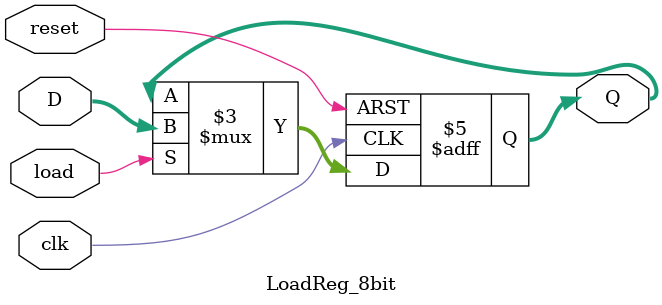
<source format=v>
`timescale 1ns / 1ps

module LoadReg_8bit(
    input clk,          // 100MHz clock
    input reset,        // Asynchronous reset with synchronous de-assertion
    input load,         // load enable for flop
    input [7:0] D,     // holding value
    output reg [7:0] Q // output value
    );

// Sequential logic
always@(posedge clk, posedge reset)
    if(reset)       // if reset
        Q <= 8'b0; // Q <= 0
    else if(load)   // else if load
        Q <= D;     // Q <= D
    else            // else
        Q <= Q;     // Q <= Q
        
endmodule

</source>
